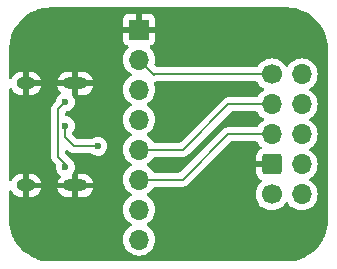
<source format=gbr>
%TF.GenerationSoftware,KiCad,Pcbnew,8.0.0-8.0.0-1~ubuntu22.04.1*%
%TF.CreationDate,2024-02-29T22:18:46-05:00*%
%TF.ProjectId,ezUSB,657a5553-422e-46b6-9963-61645f706362,rev?*%
%TF.SameCoordinates,Original*%
%TF.FileFunction,Copper,L2,Bot*%
%TF.FilePolarity,Positive*%
%FSLAX46Y46*%
G04 Gerber Fmt 4.6, Leading zero omitted, Abs format (unit mm)*
G04 Created by KiCad (PCBNEW 8.0.0-8.0.0-1~ubuntu22.04.1) date 2024-02-29 22:18:46*
%MOMM*%
%LPD*%
G01*
G04 APERTURE LIST*
G04 Aperture macros list*
%AMRoundRect*
0 Rectangle with rounded corners*
0 $1 Rounding radius*
0 $2 $3 $4 $5 $6 $7 $8 $9 X,Y pos of 4 corners*
0 Add a 4 corners polygon primitive as box body*
4,1,4,$2,$3,$4,$5,$6,$7,$8,$9,$2,$3,0*
0 Add four circle primitives for the rounded corners*
1,1,$1+$1,$2,$3*
1,1,$1+$1,$4,$5*
1,1,$1+$1,$6,$7*
1,1,$1+$1,$8,$9*
0 Add four rect primitives between the rounded corners*
20,1,$1+$1,$2,$3,$4,$5,0*
20,1,$1+$1,$4,$5,$6,$7,0*
20,1,$1+$1,$6,$7,$8,$9,0*
20,1,$1+$1,$8,$9,$2,$3,0*%
G04 Aperture macros list end*
%TA.AperFunction,ComponentPad*%
%ADD10R,1.700000X1.700000*%
%TD*%
%TA.AperFunction,ComponentPad*%
%ADD11O,1.700000X1.700000*%
%TD*%
%TA.AperFunction,ComponentPad*%
%ADD12O,2.100000X1.000000*%
%TD*%
%TA.AperFunction,ComponentPad*%
%ADD13O,1.600000X1.000000*%
%TD*%
%TA.AperFunction,ComponentPad*%
%ADD14C,1.700000*%
%TD*%
%TA.AperFunction,ComponentPad*%
%ADD15RoundRect,0.250000X-0.600000X-0.600000X0.600000X-0.600000X0.600000X0.600000X-0.600000X0.600000X0*%
%TD*%
%TA.AperFunction,ViaPad*%
%ADD16C,0.600000*%
%TD*%
%TA.AperFunction,Conductor*%
%ADD17C,0.200000*%
%TD*%
G04 APERTURE END LIST*
D10*
%TO.P,J4,1,Pin_1*%
%TO.N,GND*%
X73000000Y-76625000D03*
D11*
%TO.P,J4,2,Pin_2*%
%TO.N,Vcc*%
X73000000Y-79165000D03*
%TO.P,J4,3,Pin_3*%
%TO.N,unconnected-(J4-Pin_3-Pad3)*%
X73000000Y-81705000D03*
%TO.P,J4,4,Pin_4*%
%TO.N,CC1*%
X73000000Y-84245000D03*
%TO.P,J4,5,Pin_5*%
%TO.N,D-*%
X73000000Y-86785000D03*
%TO.P,J4,6,Pin_6*%
%TO.N,D+*%
X73000000Y-89325000D03*
%TO.P,J4,7,Pin_7*%
%TO.N,unconnected-(J4-Pin_7-Pad7)*%
X73000000Y-91865000D03*
%TO.P,J4,8,Pin_8*%
%TO.N,CC2*%
X73000000Y-94405000D03*
%TD*%
D12*
%TO.P,J2,S1,SHIELD*%
%TO.N,GND*%
X67605000Y-81180000D03*
D13*
X63425000Y-81180000D03*
D12*
X67605000Y-89820000D03*
D13*
X63425000Y-89820000D03*
%TD*%
D14*
%TO.P,J3,1,Pin_1*%
%TO.N,Vcc*%
X84225000Y-80415000D03*
D11*
%TO.P,J3,2,Pin_2*%
%TO.N,unconnected-(J3-Pin_2-Pad2)*%
X86765000Y-80415000D03*
%TO.P,J3,3,Pin_3*%
%TO.N,D-*%
X84225000Y-82955000D03*
%TO.P,J3,4,Pin_4*%
%TO.N,unconnected-(J3-Pin_4-Pad4)*%
X86765000Y-82955000D03*
%TO.P,J3,5,Pin_5*%
%TO.N,D+*%
X84225000Y-85495000D03*
%TO.P,J3,6,Pin_6*%
%TO.N,unconnected-(J3-Pin_6-Pad6)*%
X86765000Y-85495000D03*
D15*
%TO.P,J3,7,Pin_7*%
%TO.N,GND*%
X84225000Y-88035000D03*
D11*
%TO.P,J3,8,Pin_8*%
%TO.N,unconnected-(J3-Pin_8-Pad8)*%
X86765000Y-88035000D03*
D14*
%TO.P,J3,9,Pin_9*%
%TO.N,unconnected-(J3-Pin_9-Pad9)*%
X84225000Y-90575000D03*
D11*
%TO.P,J3,10,Pin_10*%
%TO.N,unconnected-(J3-Pin_10-Pad10)*%
X86765000Y-90575000D03*
%TD*%
D16*
%TO.N,GND*%
X81000000Y-86750000D03*
X81000000Y-84250000D03*
X81000000Y-81750000D03*
%TO.N,Vcc*%
X66750000Y-88250000D03*
X66750000Y-82750000D03*
%TO.N,D+*%
X66750000Y-84750000D03*
X69500000Y-86500000D03*
%TD*%
D17*
%TO.N,GND*%
X67605000Y-81180000D02*
X63425000Y-81180000D01*
X63425000Y-89820000D02*
X67605000Y-89820000D01*
%TO.N,Vcc*%
X66150000Y-87400000D02*
X66150000Y-83350000D01*
X66750000Y-88000000D02*
X66150000Y-87400000D01*
X74260000Y-80425000D02*
X73000000Y-79165000D01*
X66150000Y-83350000D02*
X66750000Y-82750000D01*
X84225000Y-80415000D02*
X74270000Y-80415000D01*
X74270000Y-80415000D02*
X74260000Y-80425000D01*
X66750000Y-88250000D02*
X66750000Y-88000000D01*
%TO.N,D-*%
X84225000Y-82955000D02*
X80545000Y-82955000D01*
X80545000Y-82955000D02*
X76715000Y-86785000D01*
X76715000Y-86785000D02*
X73000000Y-86785000D01*
%TO.N,D+*%
X69500000Y-86500000D02*
X67500000Y-86500000D01*
X66750000Y-85750000D02*
X66750000Y-84750000D01*
X84225000Y-85495000D02*
X80505000Y-85495000D01*
X80505000Y-85495000D02*
X76675000Y-89325000D01*
X76675000Y-89325000D02*
X73000000Y-89325000D01*
X67500000Y-86500000D02*
X66750000Y-85750000D01*
%TO.N,unconnected-(J3-Pin_6-Pad6)*%
X86000000Y-85505000D02*
X85995000Y-85500000D01*
%TD*%
%TA.AperFunction,Conductor*%
%TO.N,GND*%
G36*
X83002948Y-83575185D02*
G01*
X83048292Y-83627097D01*
X83050965Y-83632830D01*
X83186501Y-83826396D01*
X83186506Y-83826402D01*
X83353597Y-83993493D01*
X83353603Y-83993498D01*
X83539158Y-84123425D01*
X83582783Y-84178002D01*
X83589977Y-84247500D01*
X83558454Y-84309855D01*
X83539158Y-84326575D01*
X83353597Y-84456505D01*
X83186506Y-84623596D01*
X83050965Y-84817170D01*
X83050962Y-84817175D01*
X83048289Y-84822909D01*
X83002115Y-84875346D01*
X82935909Y-84894500D01*
X80591669Y-84894500D01*
X80591653Y-84894499D01*
X80584057Y-84894499D01*
X80425943Y-84894499D01*
X80320212Y-84922830D01*
X80273210Y-84935424D01*
X80273209Y-84935425D01*
X80223096Y-84964359D01*
X80223095Y-84964360D01*
X80179689Y-84989420D01*
X80136285Y-85014479D01*
X80136282Y-85014481D01*
X80024478Y-85126286D01*
X76462584Y-88688181D01*
X76401261Y-88721666D01*
X76374903Y-88724500D01*
X74289091Y-88724500D01*
X74222052Y-88704815D01*
X74176711Y-88652909D01*
X74174037Y-88647175D01*
X74174034Y-88647170D01*
X74174033Y-88647169D01*
X74070049Y-88498663D01*
X74038494Y-88453597D01*
X73871402Y-88286506D01*
X73871396Y-88286501D01*
X73685842Y-88156575D01*
X73642217Y-88101998D01*
X73635023Y-88032500D01*
X73666546Y-87970145D01*
X73685842Y-87953425D01*
X73779871Y-87887585D01*
X73871401Y-87823495D01*
X74038495Y-87656401D01*
X74174035Y-87462830D01*
X74176707Y-87457097D01*
X74222878Y-87404658D01*
X74289091Y-87385500D01*
X76628331Y-87385500D01*
X76628347Y-87385501D01*
X76635943Y-87385501D01*
X76794054Y-87385501D01*
X76794057Y-87385501D01*
X76946785Y-87344577D01*
X77014355Y-87305565D01*
X77083716Y-87265520D01*
X77195520Y-87153716D01*
X77195520Y-87153714D01*
X77205724Y-87143511D01*
X77205727Y-87143506D01*
X80757416Y-83591819D01*
X80818739Y-83558334D01*
X80845097Y-83555500D01*
X82935909Y-83555500D01*
X83002948Y-83575185D01*
G37*
%TD.AperFunction*%
%TA.AperFunction,Conductor*%
G36*
X83002948Y-81035185D02*
G01*
X83048292Y-81087097D01*
X83050965Y-81092830D01*
X83186501Y-81286396D01*
X83186506Y-81286402D01*
X83353597Y-81453493D01*
X83353603Y-81453498D01*
X83539158Y-81583425D01*
X83582783Y-81638002D01*
X83589977Y-81707500D01*
X83558454Y-81769855D01*
X83539158Y-81786575D01*
X83353597Y-81916505D01*
X83186506Y-82083596D01*
X83050965Y-82277170D01*
X83050962Y-82277175D01*
X83048289Y-82282909D01*
X83002115Y-82335346D01*
X82935909Y-82354500D01*
X80631669Y-82354500D01*
X80631653Y-82354499D01*
X80624057Y-82354499D01*
X80465943Y-82354499D01*
X80389579Y-82374961D01*
X80313212Y-82395423D01*
X80304459Y-82400478D01*
X80304457Y-82400479D01*
X80176287Y-82474477D01*
X80176282Y-82474481D01*
X80064478Y-82586286D01*
X76502584Y-86148181D01*
X76441261Y-86181666D01*
X76414903Y-86184500D01*
X74289091Y-86184500D01*
X74222052Y-86164815D01*
X74176711Y-86112909D01*
X74174037Y-86107175D01*
X74174034Y-86107170D01*
X74174033Y-86107169D01*
X74070049Y-85958663D01*
X74038494Y-85913597D01*
X73871402Y-85746506D01*
X73871396Y-85746501D01*
X73685842Y-85616575D01*
X73642217Y-85561998D01*
X73635023Y-85492500D01*
X73666546Y-85430145D01*
X73685842Y-85413425D01*
X73801540Y-85332412D01*
X73871401Y-85283495D01*
X74038495Y-85116401D01*
X74174035Y-84922830D01*
X74273903Y-84708663D01*
X74335063Y-84480408D01*
X74355659Y-84245000D01*
X74335063Y-84009592D01*
X74273903Y-83781337D01*
X74174035Y-83567171D01*
X74167848Y-83558334D01*
X74038494Y-83373597D01*
X73871402Y-83206506D01*
X73871396Y-83206501D01*
X73685842Y-83076575D01*
X73642217Y-83021998D01*
X73635023Y-82952500D01*
X73666546Y-82890145D01*
X73685842Y-82873425D01*
X73708026Y-82857891D01*
X73871401Y-82743495D01*
X74038495Y-82576401D01*
X74174035Y-82382830D01*
X74273903Y-82168663D01*
X74335063Y-81940408D01*
X74355659Y-81705000D01*
X74335063Y-81469592D01*
X74273903Y-81241337D01*
X74254124Y-81198922D01*
X74243633Y-81129847D01*
X74272152Y-81066063D01*
X74330629Y-81027823D01*
X74334418Y-81026743D01*
X74339054Y-81025501D01*
X74339057Y-81025501D01*
X74360617Y-81019724D01*
X74392706Y-81015500D01*
X82935909Y-81015500D01*
X83002948Y-81035185D01*
G37*
%TD.AperFunction*%
%TA.AperFunction,Conductor*%
G36*
X85503032Y-74750648D02*
G01*
X85836929Y-74767052D01*
X85849037Y-74768245D01*
X85952146Y-74783539D01*
X86176699Y-74816849D01*
X86188617Y-74819219D01*
X86509951Y-74899709D01*
X86521588Y-74903240D01*
X86592806Y-74928722D01*
X86833467Y-75014832D01*
X86844688Y-75019479D01*
X87144163Y-75161120D01*
X87154871Y-75166844D01*
X87438988Y-75337137D01*
X87449103Y-75343895D01*
X87703964Y-75532913D01*
X87715170Y-75541224D01*
X87724576Y-75548944D01*
X87970013Y-75771395D01*
X87978604Y-75779986D01*
X88165755Y-75986475D01*
X88201055Y-76025423D01*
X88208775Y-76034829D01*
X88406102Y-76300893D01*
X88412862Y-76311011D01*
X88541776Y-76526092D01*
X88583148Y-76595116D01*
X88588883Y-76605844D01*
X88716184Y-76875000D01*
X88730514Y-76905297D01*
X88735170Y-76916540D01*
X88846759Y-77228411D01*
X88850292Y-77240055D01*
X88930777Y-77561369D01*
X88933151Y-77573305D01*
X88981754Y-77900962D01*
X88982947Y-77913071D01*
X88999351Y-78246966D01*
X88999500Y-78253051D01*
X88999500Y-92746948D01*
X88999351Y-92753033D01*
X88982947Y-93086928D01*
X88981754Y-93099037D01*
X88933151Y-93426694D01*
X88930777Y-93438630D01*
X88850292Y-93759944D01*
X88846759Y-93771588D01*
X88735170Y-94083459D01*
X88730514Y-94094702D01*
X88588885Y-94394151D01*
X88583148Y-94404883D01*
X88412862Y-94688988D01*
X88406102Y-94699106D01*
X88208775Y-94965170D01*
X88201055Y-94974576D01*
X87978611Y-95220006D01*
X87970006Y-95228611D01*
X87724576Y-95451055D01*
X87715170Y-95458775D01*
X87449106Y-95656102D01*
X87438988Y-95662862D01*
X87154883Y-95833148D01*
X87144151Y-95838885D01*
X86844702Y-95980514D01*
X86833459Y-95985170D01*
X86521588Y-96096759D01*
X86509944Y-96100292D01*
X86188630Y-96180777D01*
X86176694Y-96183151D01*
X85849037Y-96231754D01*
X85836928Y-96232947D01*
X85521989Y-96248419D01*
X85503031Y-96249351D01*
X85496949Y-96249500D01*
X65503051Y-96249500D01*
X65496968Y-96249351D01*
X65476900Y-96248365D01*
X65163071Y-96232947D01*
X65150962Y-96231754D01*
X64823305Y-96183151D01*
X64811369Y-96180777D01*
X64490055Y-96100292D01*
X64478411Y-96096759D01*
X64166540Y-95985170D01*
X64155301Y-95980515D01*
X63855844Y-95838883D01*
X63845121Y-95833150D01*
X63561011Y-95662862D01*
X63550893Y-95656102D01*
X63284829Y-95458775D01*
X63275423Y-95451055D01*
X63236475Y-95415755D01*
X63029986Y-95228604D01*
X63021395Y-95220013D01*
X62798944Y-94974576D01*
X62791224Y-94965170D01*
X62719649Y-94868663D01*
X62593895Y-94699103D01*
X62587137Y-94688988D01*
X62416921Y-94405000D01*
X71644341Y-94405000D01*
X71664936Y-94640403D01*
X71664938Y-94640413D01*
X71726094Y-94868655D01*
X71726096Y-94868659D01*
X71726097Y-94868663D01*
X71771099Y-94965170D01*
X71825965Y-95082830D01*
X71825967Y-95082834D01*
X71887297Y-95170421D01*
X71961505Y-95276401D01*
X72128599Y-95443495D01*
X72198358Y-95492341D01*
X72322165Y-95579032D01*
X72322167Y-95579033D01*
X72322170Y-95579035D01*
X72536337Y-95678903D01*
X72764592Y-95740063D01*
X72952918Y-95756539D01*
X72999999Y-95760659D01*
X73000000Y-95760659D01*
X73000001Y-95760659D01*
X73039234Y-95757226D01*
X73235408Y-95740063D01*
X73463663Y-95678903D01*
X73677830Y-95579035D01*
X73871401Y-95443495D01*
X74038495Y-95276401D01*
X74174035Y-95082830D01*
X74273903Y-94868663D01*
X74335063Y-94640408D01*
X74355659Y-94405000D01*
X74335063Y-94169592D01*
X74273903Y-93941337D01*
X74174035Y-93727171D01*
X74172526Y-93725015D01*
X74038494Y-93533597D01*
X73871402Y-93366506D01*
X73871396Y-93366501D01*
X73685842Y-93236575D01*
X73642217Y-93181998D01*
X73635023Y-93112500D01*
X73666546Y-93050145D01*
X73685842Y-93033425D01*
X73809989Y-92946496D01*
X73871401Y-92903495D01*
X74038495Y-92736401D01*
X74174035Y-92542830D01*
X74273903Y-92328663D01*
X74335063Y-92100408D01*
X74355659Y-91865000D01*
X74354250Y-91848901D01*
X74335063Y-91629596D01*
X74335063Y-91629592D01*
X74273903Y-91401337D01*
X74174035Y-91187171D01*
X74070044Y-91038655D01*
X74038494Y-90993597D01*
X73871402Y-90826506D01*
X73871396Y-90826501D01*
X73685842Y-90696575D01*
X73642217Y-90641998D01*
X73635023Y-90572500D01*
X73666546Y-90510145D01*
X73685842Y-90493425D01*
X73737202Y-90457462D01*
X73871401Y-90363495D01*
X74038495Y-90196401D01*
X74174035Y-90002830D01*
X74176707Y-89997097D01*
X74222878Y-89944658D01*
X74289091Y-89925500D01*
X76588331Y-89925500D01*
X76588347Y-89925501D01*
X76595943Y-89925501D01*
X76754054Y-89925501D01*
X76754057Y-89925501D01*
X76906785Y-89884577D01*
X76956904Y-89855639D01*
X77043716Y-89805520D01*
X77155520Y-89693716D01*
X77155520Y-89693714D01*
X77165728Y-89683507D01*
X77165729Y-89683504D01*
X80717416Y-86131819D01*
X80778739Y-86098334D01*
X80805097Y-86095500D01*
X82935909Y-86095500D01*
X83002948Y-86115185D01*
X83048292Y-86167097D01*
X83050965Y-86172830D01*
X83186501Y-86366396D01*
X83186506Y-86366402D01*
X83353597Y-86533493D01*
X83355419Y-86535022D01*
X83356001Y-86535897D01*
X83357427Y-86537323D01*
X83357140Y-86537609D01*
X83394119Y-86593195D01*
X83395224Y-86663056D01*
X83358384Y-86722424D01*
X83314719Y-86747712D01*
X83305883Y-86750640D01*
X83305875Y-86750643D01*
X83156654Y-86842684D01*
X83032684Y-86966654D01*
X82940643Y-87115875D01*
X82940641Y-87115880D01*
X82885494Y-87282302D01*
X82885493Y-87282309D01*
X82875000Y-87385013D01*
X82875000Y-87785000D01*
X83791988Y-87785000D01*
X83759075Y-87842007D01*
X83725000Y-87969174D01*
X83725000Y-88100826D01*
X83759075Y-88227993D01*
X83791988Y-88285000D01*
X82875001Y-88285000D01*
X82875001Y-88684986D01*
X82885494Y-88787697D01*
X82940641Y-88954119D01*
X82940643Y-88954124D01*
X83032684Y-89103345D01*
X83156654Y-89227315D01*
X83305875Y-89319356D01*
X83305882Y-89319359D01*
X83314712Y-89322285D01*
X83372157Y-89362057D01*
X83398981Y-89426572D01*
X83386667Y-89495348D01*
X83357318Y-89532567D01*
X83357427Y-89532676D01*
X83356511Y-89533591D01*
X83355419Y-89534977D01*
X83353597Y-89536505D01*
X83186505Y-89703597D01*
X83050965Y-89897169D01*
X83050964Y-89897171D01*
X82951098Y-90111335D01*
X82951094Y-90111344D01*
X82889938Y-90339586D01*
X82889936Y-90339596D01*
X82869341Y-90574999D01*
X82869341Y-90575000D01*
X82889936Y-90810403D01*
X82889938Y-90810413D01*
X82951094Y-91038655D01*
X82951096Y-91038659D01*
X82951097Y-91038663D01*
X82955000Y-91047032D01*
X83050965Y-91252830D01*
X83050967Y-91252834D01*
X83154949Y-91401335D01*
X83186505Y-91446401D01*
X83353599Y-91613495D01*
X83376588Y-91629592D01*
X83547165Y-91749032D01*
X83547167Y-91749033D01*
X83547170Y-91749035D01*
X83761337Y-91848903D01*
X83989592Y-91910063D01*
X84177918Y-91926539D01*
X84224999Y-91930659D01*
X84225000Y-91930659D01*
X84225001Y-91930659D01*
X84264234Y-91927226D01*
X84460408Y-91910063D01*
X84688663Y-91848903D01*
X84902830Y-91749035D01*
X85096401Y-91613495D01*
X85263495Y-91446401D01*
X85393425Y-91260842D01*
X85448002Y-91217217D01*
X85517500Y-91210023D01*
X85579855Y-91241546D01*
X85596575Y-91260842D01*
X85726500Y-91446395D01*
X85726505Y-91446401D01*
X85893599Y-91613495D01*
X85916588Y-91629592D01*
X86087165Y-91749032D01*
X86087167Y-91749033D01*
X86087170Y-91749035D01*
X86301337Y-91848903D01*
X86529592Y-91910063D01*
X86717918Y-91926539D01*
X86764999Y-91930659D01*
X86765000Y-91930659D01*
X86765001Y-91930659D01*
X86804234Y-91927226D01*
X87000408Y-91910063D01*
X87228663Y-91848903D01*
X87442830Y-91749035D01*
X87636401Y-91613495D01*
X87803495Y-91446401D01*
X87939035Y-91252830D01*
X88038903Y-91038663D01*
X88100063Y-90810408D01*
X88120659Y-90575000D01*
X88100063Y-90339592D01*
X88038903Y-90111337D01*
X87939035Y-89897171D01*
X87933425Y-89889158D01*
X87803494Y-89703597D01*
X87636402Y-89536506D01*
X87636396Y-89536501D01*
X87450842Y-89406575D01*
X87407217Y-89351998D01*
X87400023Y-89282500D01*
X87431546Y-89220145D01*
X87450842Y-89203425D01*
X87572340Y-89118351D01*
X87636401Y-89073495D01*
X87803495Y-88906401D01*
X87939035Y-88712830D01*
X88038903Y-88498663D01*
X88100063Y-88270408D01*
X88120659Y-88035000D01*
X88100063Y-87799592D01*
X88038903Y-87571337D01*
X87939035Y-87357171D01*
X87913666Y-87320939D01*
X87803494Y-87163597D01*
X87636402Y-86996506D01*
X87636396Y-86996501D01*
X87450842Y-86866575D01*
X87407217Y-86811998D01*
X87400023Y-86742500D01*
X87431546Y-86680145D01*
X87450842Y-86663425D01*
X87479409Y-86643422D01*
X87636401Y-86533495D01*
X87803495Y-86366401D01*
X87939035Y-86172830D01*
X88038903Y-85958663D01*
X88100063Y-85730408D01*
X88120659Y-85495000D01*
X88100063Y-85259592D01*
X88038903Y-85031337D01*
X87939035Y-84817171D01*
X87939034Y-84817169D01*
X87803494Y-84623597D01*
X87636402Y-84456506D01*
X87636396Y-84456501D01*
X87450842Y-84326575D01*
X87407217Y-84271998D01*
X87400023Y-84202500D01*
X87431546Y-84140145D01*
X87450842Y-84123425D01*
X87613412Y-84009592D01*
X87636401Y-83993495D01*
X87803495Y-83826401D01*
X87939035Y-83632830D01*
X88038903Y-83418663D01*
X88100063Y-83190408D01*
X88120659Y-82955000D01*
X88118406Y-82929254D01*
X88113177Y-82869478D01*
X88100063Y-82719592D01*
X88038903Y-82491337D01*
X87939035Y-82277171D01*
X87939034Y-82277169D01*
X87803494Y-82083597D01*
X87636402Y-81916506D01*
X87636396Y-81916501D01*
X87450842Y-81786575D01*
X87407217Y-81731998D01*
X87400023Y-81662500D01*
X87431546Y-81600145D01*
X87450842Y-81583425D01*
X87473026Y-81567891D01*
X87636401Y-81453495D01*
X87803495Y-81286401D01*
X87939035Y-81092830D01*
X88038903Y-80878663D01*
X88100063Y-80650408D01*
X88120659Y-80415000D01*
X88100063Y-80179592D01*
X88038903Y-79951337D01*
X87939035Y-79737171D01*
X87939034Y-79737169D01*
X87803494Y-79543597D01*
X87636402Y-79376506D01*
X87636395Y-79376501D01*
X87442834Y-79240967D01*
X87442830Y-79240965D01*
X87442828Y-79240964D01*
X87228663Y-79141097D01*
X87228659Y-79141096D01*
X87228655Y-79141094D01*
X87000413Y-79079938D01*
X87000403Y-79079936D01*
X86765001Y-79059341D01*
X86764999Y-79059341D01*
X86529596Y-79079936D01*
X86529586Y-79079938D01*
X86301344Y-79141094D01*
X86301335Y-79141098D01*
X86087171Y-79240964D01*
X86087169Y-79240965D01*
X85893597Y-79376505D01*
X85726505Y-79543597D01*
X85596575Y-79729158D01*
X85541998Y-79772783D01*
X85472500Y-79779977D01*
X85410145Y-79748454D01*
X85393425Y-79729158D01*
X85263494Y-79543597D01*
X85096402Y-79376506D01*
X85096395Y-79376501D01*
X84902834Y-79240967D01*
X84902830Y-79240965D01*
X84902828Y-79240964D01*
X84688663Y-79141097D01*
X84688659Y-79141096D01*
X84688655Y-79141094D01*
X84460413Y-79079938D01*
X84460403Y-79079936D01*
X84225001Y-79059341D01*
X84224999Y-79059341D01*
X83989596Y-79079936D01*
X83989586Y-79079938D01*
X83761344Y-79141094D01*
X83761335Y-79141098D01*
X83547171Y-79240964D01*
X83547169Y-79240965D01*
X83353597Y-79376505D01*
X83186506Y-79543596D01*
X83050965Y-79737170D01*
X83050962Y-79737175D01*
X83048289Y-79742909D01*
X83002115Y-79795346D01*
X82935909Y-79814500D01*
X74550097Y-79814500D01*
X74483058Y-79794815D01*
X74462416Y-79778181D01*
X74332766Y-79648531D01*
X74299281Y-79587208D01*
X74300672Y-79528757D01*
X74301863Y-79524309D01*
X74335063Y-79400408D01*
X74355659Y-79165000D01*
X74335063Y-78929592D01*
X74273903Y-78701337D01*
X74174035Y-78487171D01*
X74038495Y-78293599D01*
X73916179Y-78171283D01*
X73882696Y-78109963D01*
X73887680Y-78040271D01*
X73929551Y-77984337D01*
X73960529Y-77967422D01*
X74092086Y-77918354D01*
X74092093Y-77918350D01*
X74207187Y-77832190D01*
X74207190Y-77832187D01*
X74293350Y-77717093D01*
X74293354Y-77717086D01*
X74343596Y-77582379D01*
X74343598Y-77582372D01*
X74349999Y-77522844D01*
X74350000Y-77522827D01*
X74350000Y-76875000D01*
X73433012Y-76875000D01*
X73465925Y-76817993D01*
X73500000Y-76690826D01*
X73500000Y-76559174D01*
X73465925Y-76432007D01*
X73433012Y-76375000D01*
X74350000Y-76375000D01*
X74350000Y-75727172D01*
X74349999Y-75727155D01*
X74343598Y-75667627D01*
X74343596Y-75667620D01*
X74293354Y-75532913D01*
X74293350Y-75532906D01*
X74207190Y-75417812D01*
X74207187Y-75417809D01*
X74092093Y-75331649D01*
X74092086Y-75331645D01*
X73957379Y-75281403D01*
X73957372Y-75281401D01*
X73897844Y-75275000D01*
X73250000Y-75275000D01*
X73250000Y-76191988D01*
X73192993Y-76159075D01*
X73065826Y-76125000D01*
X72934174Y-76125000D01*
X72807007Y-76159075D01*
X72750000Y-76191988D01*
X72750000Y-75275000D01*
X72102155Y-75275000D01*
X72042627Y-75281401D01*
X72042620Y-75281403D01*
X71907913Y-75331645D01*
X71907906Y-75331649D01*
X71792812Y-75417809D01*
X71792809Y-75417812D01*
X71706649Y-75532906D01*
X71706645Y-75532913D01*
X71656403Y-75667620D01*
X71656401Y-75667627D01*
X71650000Y-75727155D01*
X71650000Y-76375000D01*
X72566988Y-76375000D01*
X72534075Y-76432007D01*
X72500000Y-76559174D01*
X72500000Y-76690826D01*
X72534075Y-76817993D01*
X72566988Y-76875000D01*
X71650000Y-76875000D01*
X71650000Y-77522844D01*
X71656401Y-77582372D01*
X71656403Y-77582379D01*
X71706645Y-77717086D01*
X71706649Y-77717093D01*
X71792809Y-77832187D01*
X71792812Y-77832190D01*
X71907906Y-77918350D01*
X71907913Y-77918354D01*
X72039470Y-77967421D01*
X72095403Y-78009292D01*
X72119821Y-78074756D01*
X72104970Y-78143029D01*
X72083819Y-78171284D01*
X71961503Y-78293600D01*
X71825965Y-78487169D01*
X71825964Y-78487171D01*
X71726098Y-78701335D01*
X71726094Y-78701344D01*
X71664938Y-78929586D01*
X71664936Y-78929596D01*
X71644341Y-79164999D01*
X71644341Y-79165000D01*
X71664936Y-79400403D01*
X71664938Y-79400413D01*
X71726094Y-79628655D01*
X71726096Y-79628659D01*
X71726097Y-79628663D01*
X71825965Y-79842830D01*
X71825967Y-79842834D01*
X71961501Y-80036395D01*
X71961506Y-80036402D01*
X72128597Y-80203493D01*
X72128603Y-80203498D01*
X72314158Y-80333425D01*
X72357783Y-80388002D01*
X72364977Y-80457500D01*
X72333454Y-80519855D01*
X72314158Y-80536575D01*
X72128597Y-80666505D01*
X71961505Y-80833597D01*
X71825965Y-81027169D01*
X71825964Y-81027171D01*
X71726098Y-81241335D01*
X71726094Y-81241344D01*
X71664938Y-81469586D01*
X71664936Y-81469596D01*
X71644341Y-81704999D01*
X71644341Y-81705000D01*
X71664936Y-81940403D01*
X71664938Y-81940413D01*
X71726094Y-82168655D01*
X71726096Y-82168659D01*
X71726097Y-82168663D01*
X71825965Y-82382830D01*
X71825967Y-82382834D01*
X71961501Y-82576395D01*
X71961506Y-82576402D01*
X72128597Y-82743493D01*
X72128603Y-82743498D01*
X72314158Y-82873425D01*
X72357783Y-82928002D01*
X72364977Y-82997500D01*
X72333454Y-83059855D01*
X72314158Y-83076575D01*
X72128597Y-83206505D01*
X71961505Y-83373597D01*
X71825965Y-83567169D01*
X71825964Y-83567171D01*
X71726098Y-83781335D01*
X71726094Y-83781344D01*
X71664938Y-84009586D01*
X71664936Y-84009596D01*
X71644341Y-84244999D01*
X71644341Y-84245000D01*
X71664936Y-84480403D01*
X71664938Y-84480413D01*
X71726094Y-84708655D01*
X71726096Y-84708659D01*
X71726097Y-84708663D01*
X71825965Y-84922830D01*
X71825967Y-84922834D01*
X71961501Y-85116395D01*
X71961506Y-85116402D01*
X72128597Y-85283493D01*
X72128603Y-85283498D01*
X72314158Y-85413425D01*
X72357783Y-85468002D01*
X72364977Y-85537500D01*
X72333454Y-85599855D01*
X72314158Y-85616575D01*
X72128597Y-85746505D01*
X71961505Y-85913597D01*
X71825965Y-86107169D01*
X71825964Y-86107171D01*
X71726098Y-86321335D01*
X71726094Y-86321344D01*
X71664938Y-86549586D01*
X71664936Y-86549596D01*
X71644341Y-86784999D01*
X71644341Y-86785000D01*
X71664936Y-87020403D01*
X71664938Y-87020413D01*
X71726094Y-87248655D01*
X71726096Y-87248659D01*
X71726097Y-87248663D01*
X71789906Y-87385501D01*
X71825965Y-87462830D01*
X71825967Y-87462834D01*
X71961501Y-87656395D01*
X71961506Y-87656402D01*
X72128597Y-87823493D01*
X72128603Y-87823498D01*
X72314158Y-87953425D01*
X72357783Y-88008002D01*
X72364977Y-88077500D01*
X72333454Y-88139855D01*
X72314158Y-88156575D01*
X72128597Y-88286505D01*
X71961505Y-88453597D01*
X71825965Y-88647169D01*
X71825964Y-88647171D01*
X71726098Y-88861335D01*
X71726094Y-88861344D01*
X71664938Y-89089586D01*
X71664936Y-89089596D01*
X71644341Y-89324999D01*
X71644341Y-89325000D01*
X71664936Y-89560403D01*
X71664938Y-89560413D01*
X71726094Y-89788655D01*
X71726096Y-89788659D01*
X71726097Y-89788663D01*
X71796656Y-89939977D01*
X71825965Y-90002830D01*
X71825967Y-90002834D01*
X71961501Y-90196395D01*
X71961506Y-90196402D01*
X72128597Y-90363493D01*
X72128603Y-90363498D01*
X72314158Y-90493425D01*
X72357783Y-90548002D01*
X72364977Y-90617500D01*
X72333454Y-90679855D01*
X72314158Y-90696575D01*
X72128597Y-90826505D01*
X71961505Y-90993597D01*
X71825965Y-91187169D01*
X71825964Y-91187171D01*
X71726098Y-91401335D01*
X71726094Y-91401344D01*
X71664938Y-91629586D01*
X71664936Y-91629596D01*
X71644341Y-91864999D01*
X71644341Y-91865000D01*
X71664936Y-92100403D01*
X71664938Y-92100413D01*
X71726094Y-92328655D01*
X71726096Y-92328659D01*
X71726097Y-92328663D01*
X71825965Y-92542830D01*
X71825967Y-92542834D01*
X71961501Y-92736395D01*
X71961506Y-92736402D01*
X72128597Y-92903493D01*
X72128603Y-92903498D01*
X72314158Y-93033425D01*
X72357783Y-93088002D01*
X72364977Y-93157500D01*
X72333454Y-93219855D01*
X72314158Y-93236575D01*
X72128597Y-93366505D01*
X71961505Y-93533597D01*
X71825965Y-93727169D01*
X71825964Y-93727171D01*
X71726098Y-93941335D01*
X71726094Y-93941344D01*
X71664938Y-94169586D01*
X71664936Y-94169596D01*
X71644341Y-94404999D01*
X71644341Y-94405000D01*
X62416921Y-94405000D01*
X62416844Y-94404871D01*
X62411120Y-94394163D01*
X62269479Y-94094688D01*
X62264829Y-94083459D01*
X62153240Y-93771588D01*
X62149707Y-93759944D01*
X62141498Y-93727171D01*
X62069219Y-93438617D01*
X62066848Y-93426694D01*
X62018245Y-93099037D01*
X62017052Y-93086927D01*
X62000649Y-92753032D01*
X62000500Y-92746948D01*
X62000500Y-90341734D01*
X62020185Y-90274695D01*
X62072989Y-90228940D01*
X62142147Y-90218996D01*
X62205703Y-90248021D01*
X62235082Y-90288766D01*
X62235941Y-90288308D01*
X62238814Y-90293684D01*
X62348248Y-90457462D01*
X62348251Y-90457466D01*
X62487533Y-90596748D01*
X62487537Y-90596751D01*
X62651315Y-90706185D01*
X62651328Y-90706192D01*
X62833306Y-90781569D01*
X62833318Y-90781572D01*
X63026504Y-90819999D01*
X63026508Y-90820000D01*
X63175000Y-90820000D01*
X63175000Y-90120000D01*
X63675000Y-90120000D01*
X63675000Y-90820000D01*
X63823492Y-90820000D01*
X63823495Y-90819999D01*
X64016681Y-90781572D01*
X64016693Y-90781569D01*
X64198671Y-90706192D01*
X64198684Y-90706185D01*
X64362462Y-90596751D01*
X64362466Y-90596748D01*
X64501748Y-90457466D01*
X64501751Y-90457462D01*
X64611185Y-90293684D01*
X64611192Y-90293671D01*
X64686569Y-90111692D01*
X64686569Y-90111690D01*
X64694862Y-90070000D01*
X63891988Y-90070000D01*
X63909205Y-90060060D01*
X63965060Y-90004205D01*
X64004556Y-89935796D01*
X64025000Y-89859496D01*
X64025000Y-89780504D01*
X64004556Y-89704204D01*
X63965060Y-89635795D01*
X63909205Y-89579940D01*
X63891988Y-89570000D01*
X64694862Y-89570000D01*
X64686569Y-89528309D01*
X64686569Y-89528307D01*
X64611192Y-89346328D01*
X64611185Y-89346315D01*
X64501751Y-89182537D01*
X64501748Y-89182533D01*
X64362466Y-89043251D01*
X64362462Y-89043248D01*
X64198684Y-88933814D01*
X64198671Y-88933807D01*
X64016693Y-88858430D01*
X64016681Y-88858427D01*
X63823495Y-88820000D01*
X63675000Y-88820000D01*
X63675000Y-89520000D01*
X63175000Y-89520000D01*
X63175000Y-88820000D01*
X63026504Y-88820000D01*
X62833318Y-88858427D01*
X62833306Y-88858430D01*
X62651328Y-88933807D01*
X62651315Y-88933814D01*
X62487537Y-89043248D01*
X62487533Y-89043251D01*
X62348251Y-89182533D01*
X62348248Y-89182537D01*
X62238814Y-89346315D01*
X62235941Y-89351692D01*
X62234756Y-89351059D01*
X62195220Y-89400121D01*
X62128926Y-89422186D01*
X62061227Y-89404907D01*
X62013616Y-89353770D01*
X62000500Y-89298265D01*
X62000500Y-87479054D01*
X65549498Y-87479054D01*
X65549499Y-87479057D01*
X65590423Y-87631785D01*
X65613429Y-87671632D01*
X65669479Y-87768714D01*
X65669481Y-87768717D01*
X65788349Y-87887585D01*
X65788355Y-87887590D01*
X65923103Y-88022338D01*
X65956588Y-88083661D01*
X65958642Y-88123902D01*
X65944435Y-88249996D01*
X65944435Y-88250003D01*
X65964630Y-88429249D01*
X65964631Y-88429254D01*
X66024211Y-88599523D01*
X66079919Y-88688181D01*
X66120184Y-88752262D01*
X66247738Y-88879816D01*
X66320724Y-88925676D01*
X66367015Y-88978011D01*
X66377663Y-89047064D01*
X66349288Y-89110913D01*
X66342434Y-89118351D01*
X66278248Y-89182537D01*
X66168814Y-89346315D01*
X66168807Y-89346328D01*
X66093430Y-89528307D01*
X66093430Y-89528309D01*
X66085138Y-89570000D01*
X66888012Y-89570000D01*
X66870795Y-89579940D01*
X66814940Y-89635795D01*
X66775444Y-89704204D01*
X66755000Y-89780504D01*
X66755000Y-89859496D01*
X66775444Y-89935796D01*
X66814940Y-90004205D01*
X66870795Y-90060060D01*
X66888012Y-90070000D01*
X66085138Y-90070000D01*
X66093430Y-90111690D01*
X66093430Y-90111692D01*
X66168807Y-90293671D01*
X66168814Y-90293684D01*
X66278248Y-90457462D01*
X66278251Y-90457466D01*
X66417533Y-90596748D01*
X66417537Y-90596751D01*
X66581315Y-90706185D01*
X66581328Y-90706192D01*
X66763306Y-90781569D01*
X66763318Y-90781572D01*
X66956504Y-90819999D01*
X66956508Y-90820000D01*
X67355000Y-90820000D01*
X67355000Y-90120000D01*
X67855000Y-90120000D01*
X67855000Y-90820000D01*
X68253492Y-90820000D01*
X68253495Y-90819999D01*
X68446681Y-90781572D01*
X68446693Y-90781569D01*
X68628671Y-90706192D01*
X68628684Y-90706185D01*
X68792462Y-90596751D01*
X68792466Y-90596748D01*
X68931748Y-90457466D01*
X68931751Y-90457462D01*
X69041185Y-90293684D01*
X69041192Y-90293671D01*
X69116569Y-90111692D01*
X69116569Y-90111690D01*
X69124862Y-90070000D01*
X68321988Y-90070000D01*
X68339205Y-90060060D01*
X68395060Y-90004205D01*
X68434556Y-89935796D01*
X68455000Y-89859496D01*
X68455000Y-89780504D01*
X68434556Y-89704204D01*
X68395060Y-89635795D01*
X68339205Y-89579940D01*
X68321988Y-89570000D01*
X69124862Y-89570000D01*
X69116569Y-89528309D01*
X69116569Y-89528307D01*
X69041192Y-89346328D01*
X69041185Y-89346315D01*
X68931751Y-89182537D01*
X68931748Y-89182533D01*
X68792466Y-89043251D01*
X68792462Y-89043248D01*
X68628684Y-88933814D01*
X68628671Y-88933807D01*
X68446693Y-88858430D01*
X68446681Y-88858427D01*
X68253495Y-88820000D01*
X67855000Y-88820000D01*
X67855000Y-89520000D01*
X67355000Y-89520000D01*
X67355000Y-88826769D01*
X67374685Y-88759730D01*
X67378221Y-88754799D01*
X67379813Y-88752264D01*
X67379816Y-88752262D01*
X67475789Y-88599522D01*
X67535368Y-88429255D01*
X67535369Y-88429249D01*
X67555565Y-88250003D01*
X67555565Y-88249996D01*
X67535369Y-88070750D01*
X67535368Y-88070745D01*
X67513413Y-88008002D01*
X67475789Y-87900478D01*
X67379816Y-87747738D01*
X67252262Y-87620184D01*
X67252261Y-87620183D01*
X67175723Y-87572091D01*
X67154013Y-87554777D01*
X67114397Y-87515160D01*
X67114374Y-87515139D01*
X66786819Y-87187584D01*
X66753334Y-87126261D01*
X66750500Y-87099903D01*
X66750500Y-86899097D01*
X66770185Y-86832058D01*
X66822989Y-86786303D01*
X66892147Y-86776359D01*
X66955703Y-86805384D01*
X66962181Y-86811416D01*
X67015139Y-86864374D01*
X67015149Y-86864385D01*
X67019479Y-86868715D01*
X67019480Y-86868716D01*
X67131284Y-86980520D01*
X67131286Y-86980521D01*
X67131290Y-86980524D01*
X67200368Y-87020406D01*
X67200372Y-87020407D01*
X67200373Y-87020408D01*
X67234294Y-87039992D01*
X67268212Y-87059576D01*
X67268214Y-87059576D01*
X67268215Y-87059577D01*
X67420943Y-87100500D01*
X67579057Y-87100500D01*
X68917588Y-87100500D01*
X68984627Y-87120185D01*
X68994903Y-87127555D01*
X68997736Y-87129814D01*
X68997738Y-87129816D01*
X69150478Y-87225789D01*
X69311983Y-87282302D01*
X69320745Y-87285368D01*
X69320750Y-87285369D01*
X69499996Y-87305565D01*
X69500000Y-87305565D01*
X69500004Y-87305565D01*
X69679249Y-87285369D01*
X69679252Y-87285368D01*
X69679255Y-87285368D01*
X69849522Y-87225789D01*
X70002262Y-87129816D01*
X70129816Y-87002262D01*
X70225789Y-86849522D01*
X70285368Y-86679255D01*
X70287193Y-86663056D01*
X70305565Y-86500003D01*
X70305565Y-86499996D01*
X70285369Y-86320750D01*
X70285368Y-86320745D01*
X70236414Y-86180842D01*
X70225789Y-86150478D01*
X70129816Y-85997738D01*
X70002262Y-85870184D01*
X69991117Y-85863181D01*
X69849523Y-85774211D01*
X69679254Y-85714631D01*
X69679249Y-85714630D01*
X69500004Y-85694435D01*
X69499996Y-85694435D01*
X69320750Y-85714630D01*
X69320745Y-85714631D01*
X69150476Y-85774211D01*
X68997736Y-85870185D01*
X68994903Y-85872445D01*
X68992724Y-85873334D01*
X68991842Y-85873889D01*
X68991744Y-85873734D01*
X68930217Y-85898855D01*
X68917588Y-85899500D01*
X67800097Y-85899500D01*
X67733058Y-85879815D01*
X67712416Y-85863181D01*
X67386819Y-85537584D01*
X67353334Y-85476261D01*
X67350500Y-85449903D01*
X67350500Y-85332412D01*
X67370185Y-85265373D01*
X67377555Y-85255097D01*
X67379810Y-85252267D01*
X67379816Y-85252262D01*
X67475789Y-85099522D01*
X67535368Y-84929255D01*
X67535369Y-84929249D01*
X67555565Y-84750003D01*
X67555565Y-84749996D01*
X67535369Y-84570750D01*
X67535368Y-84570745D01*
X67495394Y-84456506D01*
X67475789Y-84400478D01*
X67379816Y-84247738D01*
X67252262Y-84120184D01*
X67099521Y-84024210D01*
X66929249Y-83964630D01*
X66860616Y-83956897D01*
X66796202Y-83929830D01*
X66756647Y-83872235D01*
X66750500Y-83833677D01*
X66750500Y-83666321D01*
X66770185Y-83599282D01*
X66822989Y-83553527D01*
X66860613Y-83543101D01*
X66929255Y-83535368D01*
X67099522Y-83475789D01*
X67252262Y-83379816D01*
X67379816Y-83252262D01*
X67475789Y-83099522D01*
X67535368Y-82929255D01*
X67535369Y-82929249D01*
X67555565Y-82750003D01*
X67555565Y-82749996D01*
X67535369Y-82570750D01*
X67535368Y-82570745D01*
X67475788Y-82400476D01*
X67425207Y-82319977D01*
X67379816Y-82247738D01*
X67379815Y-82247737D01*
X67376111Y-82241842D01*
X67378011Y-82240647D01*
X67355644Y-82185847D01*
X67355000Y-82173230D01*
X67355000Y-81480000D01*
X67855000Y-81480000D01*
X67855000Y-82180000D01*
X68253492Y-82180000D01*
X68253495Y-82179999D01*
X68446681Y-82141572D01*
X68446693Y-82141569D01*
X68628671Y-82066192D01*
X68628684Y-82066185D01*
X68792462Y-81956751D01*
X68792466Y-81956748D01*
X68931748Y-81817466D01*
X68931751Y-81817462D01*
X69041185Y-81653684D01*
X69041192Y-81653671D01*
X69116569Y-81471692D01*
X69116569Y-81471690D01*
X69124862Y-81430000D01*
X68321988Y-81430000D01*
X68339205Y-81420060D01*
X68395060Y-81364205D01*
X68434556Y-81295796D01*
X68455000Y-81219496D01*
X68455000Y-81140504D01*
X68434556Y-81064204D01*
X68395060Y-80995795D01*
X68339205Y-80939940D01*
X68321988Y-80930000D01*
X69124862Y-80930000D01*
X69116569Y-80888309D01*
X69116569Y-80888307D01*
X69041192Y-80706328D01*
X69041185Y-80706315D01*
X68931751Y-80542537D01*
X68931748Y-80542533D01*
X68792466Y-80403251D01*
X68792462Y-80403248D01*
X68628684Y-80293814D01*
X68628671Y-80293807D01*
X68446693Y-80218430D01*
X68446681Y-80218427D01*
X68253495Y-80180000D01*
X67855000Y-80180000D01*
X67855000Y-80880000D01*
X67355000Y-80880000D01*
X67355000Y-80180000D01*
X66956504Y-80180000D01*
X66763318Y-80218427D01*
X66763306Y-80218430D01*
X66581328Y-80293807D01*
X66581315Y-80293814D01*
X66417537Y-80403248D01*
X66417533Y-80403251D01*
X66278251Y-80542533D01*
X66278248Y-80542537D01*
X66168814Y-80706315D01*
X66168807Y-80706328D01*
X66093430Y-80888307D01*
X66093430Y-80888309D01*
X66085138Y-80930000D01*
X66888012Y-80930000D01*
X66870795Y-80939940D01*
X66814940Y-80995795D01*
X66775444Y-81064204D01*
X66755000Y-81140504D01*
X66755000Y-81219496D01*
X66775444Y-81295796D01*
X66814940Y-81364205D01*
X66870795Y-81420060D01*
X66888012Y-81430000D01*
X66085138Y-81430000D01*
X66093430Y-81471690D01*
X66093430Y-81471692D01*
X66168807Y-81653671D01*
X66168814Y-81653684D01*
X66278248Y-81817462D01*
X66278251Y-81817466D01*
X66342433Y-81881648D01*
X66375918Y-81942971D01*
X66370934Y-82012663D01*
X66329062Y-82068596D01*
X66320725Y-82074322D01*
X66247740Y-82120182D01*
X66247737Y-82120184D01*
X66120184Y-82247737D01*
X66024210Y-82400478D01*
X65964630Y-82570750D01*
X65954837Y-82657668D01*
X65927770Y-82722082D01*
X65919299Y-82731465D01*
X65781286Y-82869478D01*
X65669481Y-82981282D01*
X65669477Y-82981287D01*
X65627763Y-83053540D01*
X65627763Y-83053541D01*
X65590423Y-83118214D01*
X65590423Y-83118215D01*
X65549499Y-83270943D01*
X65549499Y-83270945D01*
X65549499Y-83439046D01*
X65549500Y-83439059D01*
X65549500Y-87313330D01*
X65549499Y-87313348D01*
X65549499Y-87479054D01*
X65549498Y-87479054D01*
X62000500Y-87479054D01*
X62000500Y-81701734D01*
X62020185Y-81634695D01*
X62072989Y-81588940D01*
X62142147Y-81578996D01*
X62205703Y-81608021D01*
X62235082Y-81648766D01*
X62235941Y-81648308D01*
X62238814Y-81653684D01*
X62348248Y-81817462D01*
X62348251Y-81817466D01*
X62487533Y-81956748D01*
X62487537Y-81956751D01*
X62651315Y-82066185D01*
X62651328Y-82066192D01*
X62833306Y-82141569D01*
X62833318Y-82141572D01*
X63026504Y-82179999D01*
X63026508Y-82180000D01*
X63175000Y-82180000D01*
X63175000Y-81480000D01*
X63675000Y-81480000D01*
X63675000Y-82180000D01*
X63823492Y-82180000D01*
X63823495Y-82179999D01*
X64016681Y-82141572D01*
X64016693Y-82141569D01*
X64198671Y-82066192D01*
X64198684Y-82066185D01*
X64362462Y-81956751D01*
X64362466Y-81956748D01*
X64501748Y-81817466D01*
X64501751Y-81817462D01*
X64611185Y-81653684D01*
X64611192Y-81653671D01*
X64686569Y-81471692D01*
X64686569Y-81471690D01*
X64694862Y-81430000D01*
X63891988Y-81430000D01*
X63909205Y-81420060D01*
X63965060Y-81364205D01*
X64004556Y-81295796D01*
X64025000Y-81219496D01*
X64025000Y-81140504D01*
X64004556Y-81064204D01*
X63965060Y-80995795D01*
X63909205Y-80939940D01*
X63891988Y-80930000D01*
X64694862Y-80930000D01*
X64686569Y-80888309D01*
X64686569Y-80888307D01*
X64611192Y-80706328D01*
X64611185Y-80706315D01*
X64501751Y-80542537D01*
X64501748Y-80542533D01*
X64362466Y-80403251D01*
X64362462Y-80403248D01*
X64198684Y-80293814D01*
X64198671Y-80293807D01*
X64016693Y-80218430D01*
X64016681Y-80218427D01*
X63823495Y-80180000D01*
X63675000Y-80180000D01*
X63675000Y-80880000D01*
X63175000Y-80880000D01*
X63175000Y-80180000D01*
X63026504Y-80180000D01*
X62833318Y-80218427D01*
X62833306Y-80218430D01*
X62651328Y-80293807D01*
X62651315Y-80293814D01*
X62487537Y-80403248D01*
X62487533Y-80403251D01*
X62348251Y-80542533D01*
X62348248Y-80542537D01*
X62238814Y-80706315D01*
X62235941Y-80711692D01*
X62234756Y-80711059D01*
X62195220Y-80760121D01*
X62128926Y-80782186D01*
X62061227Y-80764907D01*
X62013616Y-80713770D01*
X62000500Y-80658265D01*
X62000500Y-78253051D01*
X62000649Y-78246967D01*
X62006567Y-78126505D01*
X62017052Y-77913068D01*
X62018245Y-77900962D01*
X62028447Y-77832187D01*
X62066849Y-77573296D01*
X62069218Y-77561385D01*
X62149710Y-77240043D01*
X62153240Y-77228411D01*
X62190241Y-77125000D01*
X62264835Y-76916525D01*
X62269476Y-76905318D01*
X62411124Y-76605828D01*
X62416840Y-76595136D01*
X62587145Y-76310998D01*
X62593888Y-76300905D01*
X62791232Y-76034818D01*
X62798935Y-76025433D01*
X63021405Y-75779975D01*
X63029975Y-75771405D01*
X63275433Y-75548935D01*
X63284818Y-75541232D01*
X63550905Y-75343888D01*
X63560998Y-75337145D01*
X63845136Y-75166840D01*
X63855828Y-75161124D01*
X64155318Y-75019476D01*
X64166525Y-75014835D01*
X64478412Y-74903239D01*
X64490043Y-74899710D01*
X64811385Y-74819218D01*
X64823296Y-74816849D01*
X65150962Y-74768244D01*
X65163068Y-74767052D01*
X65496967Y-74750648D01*
X65503051Y-74750500D01*
X65565892Y-74750500D01*
X85434108Y-74750500D01*
X85496949Y-74750500D01*
X85503032Y-74750648D01*
G37*
%TD.AperFunction*%
%TD*%
M02*

</source>
